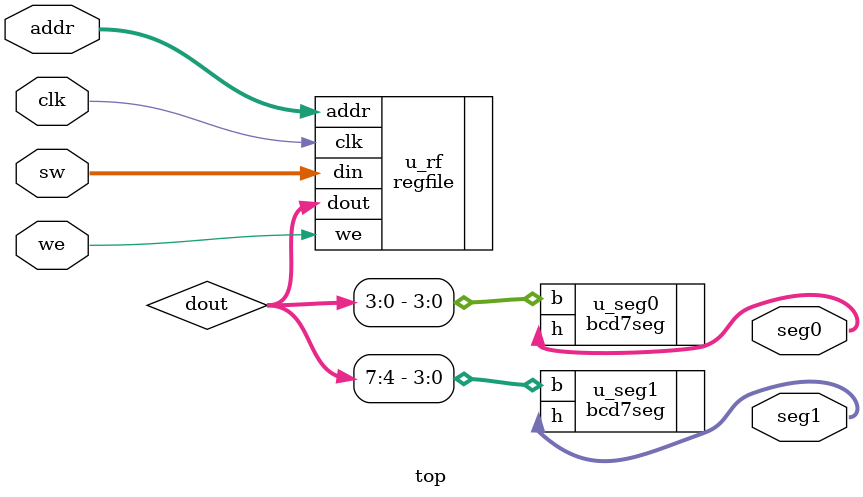
<source format=v>
module top (
    input clk,           // 通常接 KEY[0]，每次按一下为一个时钟沿
    input [7:0] sw,      // SW[7:0]：输入数据
    input [3:0] addr,    // SW[3:0]：选择地址
    input we,            // SW[9]：写使能
    output [6:0] seg0,   // 显示低位
    output [6:0] seg1    // 显示高位
);

    wire [7:0] dout;

    regfile u_rf (
        .clk(clk),
        .we(we),
        .addr(addr),
        .din(sw),
        .dout(dout)
    );

    bcd7seg u_seg0 (
        .b(dout[3:0]),
        .h(seg0)
    );

    bcd7seg u_seg1 (
        .b(dout[7:4]),
        .h(seg1)
    );

endmodule

</source>
